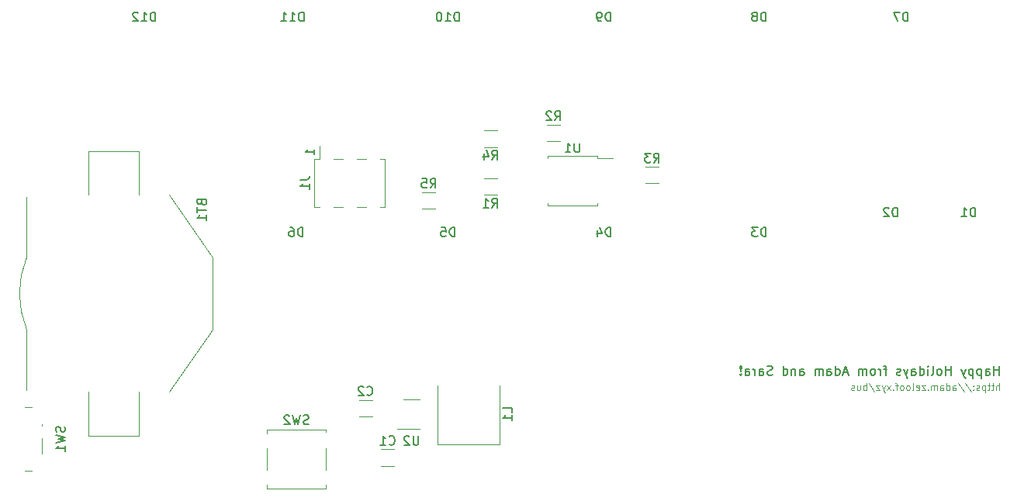
<source format=gbo>
G04 #@! TF.GenerationSoftware,KiCad,Pcbnew,(5.1.10)-1*
G04 #@! TF.CreationDate,2021-12-12T20:23:01-05:00*
G04 #@! TF.ProjectId,Bus Ornament,42757320-4f72-46e6-916d-656e742e6b69,rev?*
G04 #@! TF.SameCoordinates,Original*
G04 #@! TF.FileFunction,Legend,Bot*
G04 #@! TF.FilePolarity,Positive*
%FSLAX46Y46*%
G04 Gerber Fmt 4.6, Leading zero omitted, Abs format (unit mm)*
G04 Created by KiCad (PCBNEW (5.1.10)-1) date 2021-12-12 20:23:01*
%MOMM*%
%LPD*%
G01*
G04 APERTURE LIST*
%ADD10C,0.150000*%
%ADD11C,0.100000*%
%ADD12C,0.120000*%
G04 APERTURE END LIST*
D10*
X90901780Y-99269514D02*
X90901780Y-98698085D01*
X90901780Y-98983800D02*
X89901780Y-98983800D01*
X90044638Y-98888561D01*
X90139876Y-98793323D01*
X90187495Y-98698085D01*
D11*
X165635171Y-124977085D02*
X165635171Y-124227085D01*
X165313742Y-124977085D02*
X165313742Y-124584228D01*
X165349457Y-124512800D01*
X165420885Y-124477085D01*
X165528028Y-124477085D01*
X165599457Y-124512800D01*
X165635171Y-124548514D01*
X165063742Y-124477085D02*
X164778028Y-124477085D01*
X164956600Y-124227085D02*
X164956600Y-124869942D01*
X164920885Y-124941371D01*
X164849457Y-124977085D01*
X164778028Y-124977085D01*
X164635171Y-124477085D02*
X164349457Y-124477085D01*
X164528028Y-124227085D02*
X164528028Y-124869942D01*
X164492314Y-124941371D01*
X164420885Y-124977085D01*
X164349457Y-124977085D01*
X164099457Y-124477085D02*
X164099457Y-125227085D01*
X164099457Y-124512800D02*
X164028028Y-124477085D01*
X163885171Y-124477085D01*
X163813742Y-124512800D01*
X163778028Y-124548514D01*
X163742314Y-124619942D01*
X163742314Y-124834228D01*
X163778028Y-124905657D01*
X163813742Y-124941371D01*
X163885171Y-124977085D01*
X164028028Y-124977085D01*
X164099457Y-124941371D01*
X163456600Y-124941371D02*
X163385171Y-124977085D01*
X163242314Y-124977085D01*
X163170885Y-124941371D01*
X163135171Y-124869942D01*
X163135171Y-124834228D01*
X163170885Y-124762800D01*
X163242314Y-124727085D01*
X163349457Y-124727085D01*
X163420885Y-124691371D01*
X163456600Y-124619942D01*
X163456600Y-124584228D01*
X163420885Y-124512800D01*
X163349457Y-124477085D01*
X163242314Y-124477085D01*
X163170885Y-124512800D01*
X162813742Y-124905657D02*
X162778028Y-124941371D01*
X162813742Y-124977085D01*
X162849457Y-124941371D01*
X162813742Y-124905657D01*
X162813742Y-124977085D01*
X162813742Y-124512800D02*
X162778028Y-124548514D01*
X162813742Y-124584228D01*
X162849457Y-124548514D01*
X162813742Y-124512800D01*
X162813742Y-124584228D01*
X161920885Y-124191371D02*
X162563742Y-125155657D01*
X161135171Y-124191371D02*
X161778028Y-125155657D01*
X160563742Y-124977085D02*
X160563742Y-124584228D01*
X160599457Y-124512800D01*
X160670885Y-124477085D01*
X160813742Y-124477085D01*
X160885171Y-124512800D01*
X160563742Y-124941371D02*
X160635171Y-124977085D01*
X160813742Y-124977085D01*
X160885171Y-124941371D01*
X160920885Y-124869942D01*
X160920885Y-124798514D01*
X160885171Y-124727085D01*
X160813742Y-124691371D01*
X160635171Y-124691371D01*
X160563742Y-124655657D01*
X159885171Y-124977085D02*
X159885171Y-124227085D01*
X159885171Y-124941371D02*
X159956600Y-124977085D01*
X160099457Y-124977085D01*
X160170885Y-124941371D01*
X160206600Y-124905657D01*
X160242314Y-124834228D01*
X160242314Y-124619942D01*
X160206600Y-124548514D01*
X160170885Y-124512800D01*
X160099457Y-124477085D01*
X159956600Y-124477085D01*
X159885171Y-124512800D01*
X159206600Y-124977085D02*
X159206600Y-124584228D01*
X159242314Y-124512800D01*
X159313742Y-124477085D01*
X159456600Y-124477085D01*
X159528028Y-124512800D01*
X159206600Y-124941371D02*
X159278028Y-124977085D01*
X159456600Y-124977085D01*
X159528028Y-124941371D01*
X159563742Y-124869942D01*
X159563742Y-124798514D01*
X159528028Y-124727085D01*
X159456600Y-124691371D01*
X159278028Y-124691371D01*
X159206600Y-124655657D01*
X158849457Y-124977085D02*
X158849457Y-124477085D01*
X158849457Y-124548514D02*
X158813742Y-124512800D01*
X158742314Y-124477085D01*
X158635171Y-124477085D01*
X158563742Y-124512800D01*
X158528028Y-124584228D01*
X158528028Y-124977085D01*
X158528028Y-124584228D02*
X158492314Y-124512800D01*
X158420885Y-124477085D01*
X158313742Y-124477085D01*
X158242314Y-124512800D01*
X158206600Y-124584228D01*
X158206600Y-124977085D01*
X157849457Y-124905657D02*
X157813742Y-124941371D01*
X157849457Y-124977085D01*
X157885171Y-124941371D01*
X157849457Y-124905657D01*
X157849457Y-124977085D01*
X157563742Y-124477085D02*
X157170885Y-124477085D01*
X157563742Y-124977085D01*
X157170885Y-124977085D01*
X156599457Y-124941371D02*
X156670885Y-124977085D01*
X156813742Y-124977085D01*
X156885171Y-124941371D01*
X156920885Y-124869942D01*
X156920885Y-124584228D01*
X156885171Y-124512800D01*
X156813742Y-124477085D01*
X156670885Y-124477085D01*
X156599457Y-124512800D01*
X156563742Y-124584228D01*
X156563742Y-124655657D01*
X156920885Y-124727085D01*
X156135171Y-124977085D02*
X156206600Y-124941371D01*
X156242314Y-124869942D01*
X156242314Y-124227085D01*
X155742314Y-124977085D02*
X155813742Y-124941371D01*
X155849457Y-124905657D01*
X155885171Y-124834228D01*
X155885171Y-124619942D01*
X155849457Y-124548514D01*
X155813742Y-124512800D01*
X155742314Y-124477085D01*
X155635171Y-124477085D01*
X155563742Y-124512800D01*
X155528028Y-124548514D01*
X155492314Y-124619942D01*
X155492314Y-124834228D01*
X155528028Y-124905657D01*
X155563742Y-124941371D01*
X155635171Y-124977085D01*
X155742314Y-124977085D01*
X155063742Y-124977085D02*
X155135171Y-124941371D01*
X155170885Y-124905657D01*
X155206600Y-124834228D01*
X155206600Y-124619942D01*
X155170885Y-124548514D01*
X155135171Y-124512800D01*
X155063742Y-124477085D01*
X154956600Y-124477085D01*
X154885171Y-124512800D01*
X154849457Y-124548514D01*
X154813742Y-124619942D01*
X154813742Y-124834228D01*
X154849457Y-124905657D01*
X154885171Y-124941371D01*
X154956600Y-124977085D01*
X155063742Y-124977085D01*
X154599457Y-124477085D02*
X154313742Y-124477085D01*
X154492314Y-124977085D02*
X154492314Y-124334228D01*
X154456600Y-124262800D01*
X154385171Y-124227085D01*
X154313742Y-124227085D01*
X154063742Y-124905657D02*
X154028028Y-124941371D01*
X154063742Y-124977085D01*
X154099457Y-124941371D01*
X154063742Y-124905657D01*
X154063742Y-124977085D01*
X153778028Y-124977085D02*
X153385171Y-124477085D01*
X153778028Y-124477085D02*
X153385171Y-124977085D01*
X153170885Y-124477085D02*
X152992314Y-124977085D01*
X152813742Y-124477085D02*
X152992314Y-124977085D01*
X153063742Y-125155657D01*
X153099457Y-125191371D01*
X153170885Y-125227085D01*
X152599457Y-124477085D02*
X152206600Y-124477085D01*
X152599457Y-124977085D01*
X152206600Y-124977085D01*
X151385171Y-124191371D02*
X152028028Y-125155657D01*
X151135171Y-124977085D02*
X151135171Y-124227085D01*
X151135171Y-124512800D02*
X151063742Y-124477085D01*
X150920885Y-124477085D01*
X150849457Y-124512800D01*
X150813742Y-124548514D01*
X150778028Y-124619942D01*
X150778028Y-124834228D01*
X150813742Y-124905657D01*
X150849457Y-124941371D01*
X150920885Y-124977085D01*
X151063742Y-124977085D01*
X151135171Y-124941371D01*
X150135171Y-124477085D02*
X150135171Y-124977085D01*
X150456600Y-124477085D02*
X150456600Y-124869942D01*
X150420885Y-124941371D01*
X150349457Y-124977085D01*
X150242314Y-124977085D01*
X150170885Y-124941371D01*
X150135171Y-124905657D01*
X149813742Y-124941371D02*
X149742314Y-124977085D01*
X149599457Y-124977085D01*
X149528028Y-124941371D01*
X149492314Y-124869942D01*
X149492314Y-124834228D01*
X149528028Y-124762800D01*
X149599457Y-124727085D01*
X149706600Y-124727085D01*
X149778028Y-124691371D01*
X149813742Y-124619942D01*
X149813742Y-124584228D01*
X149778028Y-124512800D01*
X149706600Y-124477085D01*
X149599457Y-124477085D01*
X149528028Y-124512800D01*
D10*
X165628004Y-123337580D02*
X165628004Y-122337580D01*
X165628004Y-122813771D02*
X165056576Y-122813771D01*
X165056576Y-123337580D02*
X165056576Y-122337580D01*
X164151814Y-123337580D02*
X164151814Y-122813771D01*
X164199433Y-122718533D01*
X164294671Y-122670914D01*
X164485147Y-122670914D01*
X164580385Y-122718533D01*
X164151814Y-123289961D02*
X164247052Y-123337580D01*
X164485147Y-123337580D01*
X164580385Y-123289961D01*
X164628004Y-123194723D01*
X164628004Y-123099485D01*
X164580385Y-123004247D01*
X164485147Y-122956628D01*
X164247052Y-122956628D01*
X164151814Y-122909009D01*
X163675623Y-122670914D02*
X163675623Y-123670914D01*
X163675623Y-122718533D02*
X163580385Y-122670914D01*
X163389909Y-122670914D01*
X163294671Y-122718533D01*
X163247052Y-122766152D01*
X163199433Y-122861390D01*
X163199433Y-123147104D01*
X163247052Y-123242342D01*
X163294671Y-123289961D01*
X163389909Y-123337580D01*
X163580385Y-123337580D01*
X163675623Y-123289961D01*
X162770861Y-122670914D02*
X162770861Y-123670914D01*
X162770861Y-122718533D02*
X162675623Y-122670914D01*
X162485147Y-122670914D01*
X162389909Y-122718533D01*
X162342290Y-122766152D01*
X162294671Y-122861390D01*
X162294671Y-123147104D01*
X162342290Y-123242342D01*
X162389909Y-123289961D01*
X162485147Y-123337580D01*
X162675623Y-123337580D01*
X162770861Y-123289961D01*
X161961338Y-122670914D02*
X161723242Y-123337580D01*
X161485147Y-122670914D02*
X161723242Y-123337580D01*
X161818480Y-123575676D01*
X161866100Y-123623295D01*
X161961338Y-123670914D01*
X160342290Y-123337580D02*
X160342290Y-122337580D01*
X160342290Y-122813771D02*
X159770861Y-122813771D01*
X159770861Y-123337580D02*
X159770861Y-122337580D01*
X159151814Y-123337580D02*
X159247052Y-123289961D01*
X159294671Y-123242342D01*
X159342290Y-123147104D01*
X159342290Y-122861390D01*
X159294671Y-122766152D01*
X159247052Y-122718533D01*
X159151814Y-122670914D01*
X159008957Y-122670914D01*
X158913719Y-122718533D01*
X158866100Y-122766152D01*
X158818480Y-122861390D01*
X158818480Y-123147104D01*
X158866100Y-123242342D01*
X158913719Y-123289961D01*
X159008957Y-123337580D01*
X159151814Y-123337580D01*
X158247052Y-123337580D02*
X158342290Y-123289961D01*
X158389909Y-123194723D01*
X158389909Y-122337580D01*
X157866100Y-123337580D02*
X157866100Y-122670914D01*
X157866100Y-122337580D02*
X157913719Y-122385200D01*
X157866100Y-122432819D01*
X157818480Y-122385200D01*
X157866100Y-122337580D01*
X157866100Y-122432819D01*
X156961338Y-123337580D02*
X156961338Y-122337580D01*
X156961338Y-123289961D02*
X157056576Y-123337580D01*
X157247052Y-123337580D01*
X157342290Y-123289961D01*
X157389909Y-123242342D01*
X157437528Y-123147104D01*
X157437528Y-122861390D01*
X157389909Y-122766152D01*
X157342290Y-122718533D01*
X157247052Y-122670914D01*
X157056576Y-122670914D01*
X156961338Y-122718533D01*
X156056576Y-123337580D02*
X156056576Y-122813771D01*
X156104195Y-122718533D01*
X156199433Y-122670914D01*
X156389909Y-122670914D01*
X156485147Y-122718533D01*
X156056576Y-123289961D02*
X156151814Y-123337580D01*
X156389909Y-123337580D01*
X156485147Y-123289961D01*
X156532766Y-123194723D01*
X156532766Y-123099485D01*
X156485147Y-123004247D01*
X156389909Y-122956628D01*
X156151814Y-122956628D01*
X156056576Y-122909009D01*
X155675623Y-122670914D02*
X155437528Y-123337580D01*
X155199433Y-122670914D02*
X155437528Y-123337580D01*
X155532766Y-123575676D01*
X155580385Y-123623295D01*
X155675623Y-123670914D01*
X154866100Y-123289961D02*
X154770861Y-123337580D01*
X154580385Y-123337580D01*
X154485147Y-123289961D01*
X154437528Y-123194723D01*
X154437528Y-123147104D01*
X154485147Y-123051866D01*
X154580385Y-123004247D01*
X154723242Y-123004247D01*
X154818480Y-122956628D01*
X154866100Y-122861390D01*
X154866100Y-122813771D01*
X154818480Y-122718533D01*
X154723242Y-122670914D01*
X154580385Y-122670914D01*
X154485147Y-122718533D01*
X153389909Y-122670914D02*
X153008957Y-122670914D01*
X153247052Y-123337580D02*
X153247052Y-122480438D01*
X153199433Y-122385200D01*
X153104195Y-122337580D01*
X153008957Y-122337580D01*
X152675623Y-123337580D02*
X152675623Y-122670914D01*
X152675623Y-122861390D02*
X152628004Y-122766152D01*
X152580385Y-122718533D01*
X152485147Y-122670914D01*
X152389909Y-122670914D01*
X151913719Y-123337580D02*
X152008957Y-123289961D01*
X152056576Y-123242342D01*
X152104195Y-123147104D01*
X152104195Y-122861390D01*
X152056576Y-122766152D01*
X152008957Y-122718533D01*
X151913719Y-122670914D01*
X151770861Y-122670914D01*
X151675623Y-122718533D01*
X151628004Y-122766152D01*
X151580385Y-122861390D01*
X151580385Y-123147104D01*
X151628004Y-123242342D01*
X151675623Y-123289961D01*
X151770861Y-123337580D01*
X151913719Y-123337580D01*
X151151814Y-123337580D02*
X151151814Y-122670914D01*
X151151814Y-122766152D02*
X151104195Y-122718533D01*
X151008957Y-122670914D01*
X150866100Y-122670914D01*
X150770861Y-122718533D01*
X150723242Y-122813771D01*
X150723242Y-123337580D01*
X150723242Y-122813771D02*
X150675623Y-122718533D01*
X150580385Y-122670914D01*
X150437528Y-122670914D01*
X150342290Y-122718533D01*
X150294671Y-122813771D01*
X150294671Y-123337580D01*
X149104195Y-123051866D02*
X148628004Y-123051866D01*
X149199433Y-123337580D02*
X148866100Y-122337580D01*
X148532766Y-123337580D01*
X147770861Y-123337580D02*
X147770861Y-122337580D01*
X147770861Y-123289961D02*
X147866100Y-123337580D01*
X148056576Y-123337580D01*
X148151814Y-123289961D01*
X148199433Y-123242342D01*
X148247052Y-123147104D01*
X148247052Y-122861390D01*
X148199433Y-122766152D01*
X148151814Y-122718533D01*
X148056576Y-122670914D01*
X147866100Y-122670914D01*
X147770861Y-122718533D01*
X146866100Y-123337580D02*
X146866100Y-122813771D01*
X146913719Y-122718533D01*
X147008957Y-122670914D01*
X147199433Y-122670914D01*
X147294671Y-122718533D01*
X146866100Y-123289961D02*
X146961338Y-123337580D01*
X147199433Y-123337580D01*
X147294671Y-123289961D01*
X147342290Y-123194723D01*
X147342290Y-123099485D01*
X147294671Y-123004247D01*
X147199433Y-122956628D01*
X146961338Y-122956628D01*
X146866100Y-122909009D01*
X146389909Y-123337580D02*
X146389909Y-122670914D01*
X146389909Y-122766152D02*
X146342290Y-122718533D01*
X146247052Y-122670914D01*
X146104195Y-122670914D01*
X146008957Y-122718533D01*
X145961338Y-122813771D01*
X145961338Y-123337580D01*
X145961338Y-122813771D02*
X145913719Y-122718533D01*
X145818480Y-122670914D01*
X145675623Y-122670914D01*
X145580385Y-122718533D01*
X145532766Y-122813771D01*
X145532766Y-123337580D01*
X143866100Y-123337580D02*
X143866100Y-122813771D01*
X143913719Y-122718533D01*
X144008957Y-122670914D01*
X144199433Y-122670914D01*
X144294671Y-122718533D01*
X143866100Y-123289961D02*
X143961338Y-123337580D01*
X144199433Y-123337580D01*
X144294671Y-123289961D01*
X144342290Y-123194723D01*
X144342290Y-123099485D01*
X144294671Y-123004247D01*
X144199433Y-122956628D01*
X143961338Y-122956628D01*
X143866100Y-122909009D01*
X143389909Y-122670914D02*
X143389909Y-123337580D01*
X143389909Y-122766152D02*
X143342290Y-122718533D01*
X143247052Y-122670914D01*
X143104195Y-122670914D01*
X143008957Y-122718533D01*
X142961338Y-122813771D01*
X142961338Y-123337580D01*
X142056576Y-123337580D02*
X142056576Y-122337580D01*
X142056576Y-123289961D02*
X142151814Y-123337580D01*
X142342290Y-123337580D01*
X142437528Y-123289961D01*
X142485147Y-123242342D01*
X142532766Y-123147104D01*
X142532766Y-122861390D01*
X142485147Y-122766152D01*
X142437528Y-122718533D01*
X142342290Y-122670914D01*
X142151814Y-122670914D01*
X142056576Y-122718533D01*
X140866100Y-123289961D02*
X140723242Y-123337580D01*
X140485147Y-123337580D01*
X140389909Y-123289961D01*
X140342290Y-123242342D01*
X140294671Y-123147104D01*
X140294671Y-123051866D01*
X140342290Y-122956628D01*
X140389909Y-122909009D01*
X140485147Y-122861390D01*
X140675623Y-122813771D01*
X140770861Y-122766152D01*
X140818480Y-122718533D01*
X140866100Y-122623295D01*
X140866100Y-122528057D01*
X140818480Y-122432819D01*
X140770861Y-122385200D01*
X140675623Y-122337580D01*
X140437528Y-122337580D01*
X140294671Y-122385200D01*
X139437528Y-123337580D02*
X139437528Y-122813771D01*
X139485147Y-122718533D01*
X139580385Y-122670914D01*
X139770861Y-122670914D01*
X139866100Y-122718533D01*
X139437528Y-123289961D02*
X139532766Y-123337580D01*
X139770861Y-123337580D01*
X139866100Y-123289961D01*
X139913719Y-123194723D01*
X139913719Y-123099485D01*
X139866100Y-123004247D01*
X139770861Y-122956628D01*
X139532766Y-122956628D01*
X139437528Y-122909009D01*
X138961338Y-123337580D02*
X138961338Y-122670914D01*
X138961338Y-122861390D02*
X138913719Y-122766152D01*
X138866100Y-122718533D01*
X138770861Y-122670914D01*
X138675623Y-122670914D01*
X137913719Y-123337580D02*
X137913719Y-122813771D01*
X137961338Y-122718533D01*
X138056576Y-122670914D01*
X138247052Y-122670914D01*
X138342290Y-122718533D01*
X137913719Y-123289961D02*
X138008957Y-123337580D01*
X138247052Y-123337580D01*
X138342290Y-123289961D01*
X138389909Y-123194723D01*
X138389909Y-123099485D01*
X138342290Y-123004247D01*
X138247052Y-122956628D01*
X138008957Y-122956628D01*
X137913719Y-122909009D01*
X137437528Y-123242342D02*
X137389909Y-123289961D01*
X137437528Y-123337580D01*
X137485147Y-123289961D01*
X137437528Y-123242342D01*
X137437528Y-123337580D01*
X137437528Y-122956628D02*
X137485147Y-122385200D01*
X137437528Y-122337580D01*
X137389909Y-122385200D01*
X137437528Y-122956628D01*
X137437528Y-122337580D01*
D12*
X75011000Y-103627000D02*
X79811000Y-110477000D01*
X79811000Y-110477000D02*
X79811000Y-118377000D01*
X79811000Y-118377000D02*
X75011000Y-125177000D01*
X59461000Y-103877000D02*
X59461000Y-110577000D01*
X59461000Y-124977000D02*
X59461000Y-118277000D01*
X66211000Y-103677000D02*
X66211000Y-98877000D01*
X66211000Y-98877000D02*
X71711000Y-98877000D01*
X71711000Y-98877000D02*
X71711000Y-103677000D01*
X71711000Y-125177000D02*
X71711000Y-129977000D01*
X71711000Y-129977000D02*
X66211000Y-129977000D01*
X66211000Y-129977000D02*
X66211000Y-125177000D01*
X59459536Y-110580615D02*
G75*
G03*
X59461000Y-118277000I9501464J-3846385D01*
G01*
X61140200Y-128902000D02*
X61140200Y-128702000D01*
X61140200Y-131902000D02*
X61140200Y-130202000D01*
X60090200Y-133752000D02*
X59300200Y-133752000D01*
X59300200Y-126852000D02*
X60090200Y-126852000D01*
X85715400Y-133711800D02*
X85715400Y-131311800D01*
X85715400Y-135721800D02*
X85715400Y-135311800D01*
X92135400Y-135721800D02*
X85715400Y-135721800D01*
X92135400Y-135311800D02*
X92135400Y-135721800D01*
X92135400Y-131311800D02*
X92135400Y-133711800D01*
X92135400Y-129301800D02*
X92135400Y-129581800D01*
X85715400Y-129301800D02*
X92135400Y-129301800D01*
X85715400Y-129711800D02*
X85715400Y-129301800D01*
X104306000Y-130899600D02*
X104306000Y-124429600D01*
X111086000Y-130899600D02*
X111086000Y-124429600D01*
X111086000Y-130899600D02*
X104306000Y-130899600D01*
X102373000Y-129245000D02*
X99923000Y-129245000D01*
X100573000Y-126025000D02*
X102373000Y-126025000D01*
X97180452Y-127859200D02*
X95757948Y-127859200D01*
X97180452Y-126039200D02*
X95757948Y-126039200D01*
X99591652Y-133269400D02*
X98169148Y-133269400D01*
X99591652Y-131449400D02*
X98169148Y-131449400D01*
X104105064Y-105177000D02*
X102650936Y-105177000D01*
X104105064Y-103357000D02*
X102650936Y-103357000D01*
X95502000Y-104962000D02*
X96522000Y-104962000D01*
X95502000Y-99762000D02*
X96522000Y-99762000D01*
X92962000Y-104962000D02*
X93982000Y-104962000D01*
X92962000Y-99762000D02*
X93982000Y-99762000D01*
X98042000Y-104962000D02*
X98612000Y-104962000D01*
X98042000Y-99762000D02*
X98612000Y-99762000D01*
X90872000Y-104962000D02*
X91442000Y-104962000D01*
X90872000Y-99762000D02*
X91442000Y-99762000D01*
X91442000Y-98322000D02*
X91442000Y-99762000D01*
X98612000Y-99762000D02*
X98612000Y-104962000D01*
X90872000Y-99762000D02*
X90872000Y-104962000D01*
X109381936Y-96626000D02*
X110836064Y-96626000D01*
X109381936Y-98446000D02*
X110836064Y-98446000D01*
X128489064Y-102408400D02*
X127034936Y-102408400D01*
X128489064Y-100588400D02*
X127034936Y-100588400D01*
X117694064Y-97811000D02*
X116239936Y-97811000D01*
X117694064Y-95991000D02*
X116239936Y-95991000D01*
X109381936Y-101858400D02*
X110836064Y-101858400D01*
X109381936Y-103678400D02*
X110836064Y-103678400D01*
X121800200Y-99668400D02*
X123475200Y-99668400D01*
X121800200Y-99408400D02*
X121800200Y-99668400D01*
X119075200Y-99408400D02*
X121800200Y-99408400D01*
X116350200Y-99408400D02*
X116350200Y-99668400D01*
X119075200Y-99408400D02*
X116350200Y-99408400D01*
X121800200Y-104858400D02*
X121800200Y-104598400D01*
X119075200Y-104858400D02*
X121800200Y-104858400D01*
X116350200Y-104858400D02*
X116350200Y-104598400D01*
X119075200Y-104858400D02*
X116350200Y-104858400D01*
D10*
X78589571Y-104491285D02*
X78637190Y-104634142D01*
X78684809Y-104681761D01*
X78780047Y-104729380D01*
X78922904Y-104729380D01*
X79018142Y-104681761D01*
X79065761Y-104634142D01*
X79113380Y-104538904D01*
X79113380Y-104157952D01*
X78113380Y-104157952D01*
X78113380Y-104491285D01*
X78161000Y-104586523D01*
X78208619Y-104634142D01*
X78303857Y-104681761D01*
X78399095Y-104681761D01*
X78494333Y-104634142D01*
X78541952Y-104586523D01*
X78589571Y-104491285D01*
X78589571Y-104157952D01*
X78113380Y-105015095D02*
X78113380Y-105586523D01*
X79113380Y-105300809D02*
X78113380Y-105300809D01*
X79113380Y-106443666D02*
X79113380Y-105872238D01*
X79113380Y-106157952D02*
X78113380Y-106157952D01*
X78256238Y-106062714D01*
X78351476Y-105967476D01*
X78399095Y-105872238D01*
X63624961Y-128968666D02*
X63672580Y-129111523D01*
X63672580Y-129349619D01*
X63624961Y-129444857D01*
X63577342Y-129492476D01*
X63482104Y-129540095D01*
X63386866Y-129540095D01*
X63291628Y-129492476D01*
X63244009Y-129444857D01*
X63196390Y-129349619D01*
X63148771Y-129159142D01*
X63101152Y-129063904D01*
X63053533Y-129016285D01*
X62958295Y-128968666D01*
X62863057Y-128968666D01*
X62767819Y-129016285D01*
X62720200Y-129063904D01*
X62672580Y-129159142D01*
X62672580Y-129397238D01*
X62720200Y-129540095D01*
X62672580Y-129873428D02*
X63672580Y-130111523D01*
X62958295Y-130302000D01*
X63672580Y-130492476D01*
X62672580Y-130730571D01*
X63672580Y-131635333D02*
X63672580Y-131063904D01*
X63672580Y-131349619D02*
X62672580Y-131349619D01*
X62815438Y-131254380D01*
X62910676Y-131159142D01*
X62958295Y-131063904D01*
X90258733Y-128676561D02*
X90115876Y-128724180D01*
X89877780Y-128724180D01*
X89782542Y-128676561D01*
X89734923Y-128628942D01*
X89687304Y-128533704D01*
X89687304Y-128438466D01*
X89734923Y-128343228D01*
X89782542Y-128295609D01*
X89877780Y-128247990D01*
X90068257Y-128200371D01*
X90163495Y-128152752D01*
X90211114Y-128105133D01*
X90258733Y-128009895D01*
X90258733Y-127914657D01*
X90211114Y-127819419D01*
X90163495Y-127771800D01*
X90068257Y-127724180D01*
X89830161Y-127724180D01*
X89687304Y-127771800D01*
X89353971Y-127724180D02*
X89115876Y-128724180D01*
X88925400Y-128009895D01*
X88734923Y-128724180D01*
X88496828Y-127724180D01*
X88163495Y-127819419D02*
X88115876Y-127771800D01*
X88020638Y-127724180D01*
X87782542Y-127724180D01*
X87687304Y-127771800D01*
X87639685Y-127819419D01*
X87592066Y-127914657D01*
X87592066Y-128009895D01*
X87639685Y-128152752D01*
X88211114Y-128724180D01*
X87592066Y-128724180D01*
X89733285Y-84712380D02*
X89733285Y-83712380D01*
X89495190Y-83712380D01*
X89352333Y-83760000D01*
X89257095Y-83855238D01*
X89209476Y-83950476D01*
X89161857Y-84140952D01*
X89161857Y-84283809D01*
X89209476Y-84474285D01*
X89257095Y-84569523D01*
X89352333Y-84664761D01*
X89495190Y-84712380D01*
X89733285Y-84712380D01*
X88209476Y-84712380D02*
X88780904Y-84712380D01*
X88495190Y-84712380D02*
X88495190Y-83712380D01*
X88590428Y-83855238D01*
X88685666Y-83950476D01*
X88780904Y-83998095D01*
X87257095Y-84712380D02*
X87828523Y-84712380D01*
X87542809Y-84712380D02*
X87542809Y-83712380D01*
X87638047Y-83855238D01*
X87733285Y-83950476D01*
X87828523Y-83998095D01*
X112448380Y-127442933D02*
X112448380Y-126966742D01*
X111448380Y-126966742D01*
X112448380Y-128300076D02*
X112448380Y-127728647D01*
X112448380Y-128014361D02*
X111448380Y-128014361D01*
X111591238Y-127919123D01*
X111686476Y-127823885D01*
X111734095Y-127728647D01*
X102234904Y-129987380D02*
X102234904Y-130796904D01*
X102187285Y-130892142D01*
X102139666Y-130939761D01*
X102044428Y-130987380D01*
X101853952Y-130987380D01*
X101758714Y-130939761D01*
X101711095Y-130892142D01*
X101663476Y-130796904D01*
X101663476Y-129987380D01*
X101234904Y-130082619D02*
X101187285Y-130035000D01*
X101092047Y-129987380D01*
X100853952Y-129987380D01*
X100758714Y-130035000D01*
X100711095Y-130082619D01*
X100663476Y-130177857D01*
X100663476Y-130273095D01*
X100711095Y-130415952D01*
X101282523Y-130987380D01*
X100663476Y-130987380D01*
X96635866Y-125456342D02*
X96683485Y-125503961D01*
X96826342Y-125551580D01*
X96921580Y-125551580D01*
X97064438Y-125503961D01*
X97159676Y-125408723D01*
X97207295Y-125313485D01*
X97254914Y-125123009D01*
X97254914Y-124980152D01*
X97207295Y-124789676D01*
X97159676Y-124694438D01*
X97064438Y-124599200D01*
X96921580Y-124551580D01*
X96826342Y-124551580D01*
X96683485Y-124599200D01*
X96635866Y-124646819D01*
X96254914Y-124646819D02*
X96207295Y-124599200D01*
X96112057Y-124551580D01*
X95873961Y-124551580D01*
X95778723Y-124599200D01*
X95731104Y-124646819D01*
X95683485Y-124742057D01*
X95683485Y-124837295D01*
X95731104Y-124980152D01*
X96302533Y-125551580D01*
X95683485Y-125551580D01*
X99047066Y-130866542D02*
X99094685Y-130914161D01*
X99237542Y-130961780D01*
X99332780Y-130961780D01*
X99475638Y-130914161D01*
X99570876Y-130818923D01*
X99618495Y-130723685D01*
X99666114Y-130533209D01*
X99666114Y-130390352D01*
X99618495Y-130199876D01*
X99570876Y-130104638D01*
X99475638Y-130009400D01*
X99332780Y-129961780D01*
X99237542Y-129961780D01*
X99094685Y-130009400D01*
X99047066Y-130057019D01*
X98094685Y-130961780D02*
X98666114Y-130961780D01*
X98380400Y-130961780D02*
X98380400Y-129961780D01*
X98475638Y-130104638D01*
X98570876Y-130199876D01*
X98666114Y-130247495D01*
X73540785Y-84712380D02*
X73540785Y-83712380D01*
X73302690Y-83712380D01*
X73159833Y-83760000D01*
X73064595Y-83855238D01*
X73016976Y-83950476D01*
X72969357Y-84140952D01*
X72969357Y-84283809D01*
X73016976Y-84474285D01*
X73064595Y-84569523D01*
X73159833Y-84664761D01*
X73302690Y-84712380D01*
X73540785Y-84712380D01*
X72016976Y-84712380D02*
X72588404Y-84712380D01*
X72302690Y-84712380D02*
X72302690Y-83712380D01*
X72397928Y-83855238D01*
X72493166Y-83950476D01*
X72588404Y-83998095D01*
X71636023Y-83807619D02*
X71588404Y-83760000D01*
X71493166Y-83712380D01*
X71255071Y-83712380D01*
X71159833Y-83760000D01*
X71112214Y-83807619D01*
X71064595Y-83902857D01*
X71064595Y-83998095D01*
X71112214Y-84140952D01*
X71683642Y-84712380D01*
X71064595Y-84712380D01*
X106687785Y-84712380D02*
X106687785Y-83712380D01*
X106449690Y-83712380D01*
X106306833Y-83760000D01*
X106211595Y-83855238D01*
X106163976Y-83950476D01*
X106116357Y-84140952D01*
X106116357Y-84283809D01*
X106163976Y-84474285D01*
X106211595Y-84569523D01*
X106306833Y-84664761D01*
X106449690Y-84712380D01*
X106687785Y-84712380D01*
X105163976Y-84712380D02*
X105735404Y-84712380D01*
X105449690Y-84712380D02*
X105449690Y-83712380D01*
X105544928Y-83855238D01*
X105640166Y-83950476D01*
X105735404Y-83998095D01*
X104544928Y-83712380D02*
X104449690Y-83712380D01*
X104354452Y-83760000D01*
X104306833Y-83807619D01*
X104259214Y-83902857D01*
X104211595Y-84093333D01*
X104211595Y-84331428D01*
X104259214Y-84521904D01*
X104306833Y-84617142D01*
X104354452Y-84664761D01*
X104449690Y-84712380D01*
X104544928Y-84712380D01*
X104640166Y-84664761D01*
X104687785Y-84617142D01*
X104735404Y-84521904D01*
X104783023Y-84331428D01*
X104783023Y-84093333D01*
X104735404Y-83902857D01*
X104687785Y-83807619D01*
X104640166Y-83760000D01*
X104544928Y-83712380D01*
X123229595Y-84712380D02*
X123229595Y-83712380D01*
X122991500Y-83712380D01*
X122848642Y-83760000D01*
X122753404Y-83855238D01*
X122705785Y-83950476D01*
X122658166Y-84140952D01*
X122658166Y-84283809D01*
X122705785Y-84474285D01*
X122753404Y-84569523D01*
X122848642Y-84664761D01*
X122991500Y-84712380D01*
X123229595Y-84712380D01*
X122181976Y-84712380D02*
X121991500Y-84712380D01*
X121896261Y-84664761D01*
X121848642Y-84617142D01*
X121753404Y-84474285D01*
X121705785Y-84283809D01*
X121705785Y-83902857D01*
X121753404Y-83807619D01*
X121801023Y-83760000D01*
X121896261Y-83712380D01*
X122086738Y-83712380D01*
X122181976Y-83760000D01*
X122229595Y-83807619D01*
X122277214Y-83902857D01*
X122277214Y-84140952D01*
X122229595Y-84236190D01*
X122181976Y-84283809D01*
X122086738Y-84331428D01*
X121896261Y-84331428D01*
X121801023Y-84283809D01*
X121753404Y-84236190D01*
X121705785Y-84140952D01*
X140184095Y-84712380D02*
X140184095Y-83712380D01*
X139946000Y-83712380D01*
X139803142Y-83760000D01*
X139707904Y-83855238D01*
X139660285Y-83950476D01*
X139612666Y-84140952D01*
X139612666Y-84283809D01*
X139660285Y-84474285D01*
X139707904Y-84569523D01*
X139803142Y-84664761D01*
X139946000Y-84712380D01*
X140184095Y-84712380D01*
X139041238Y-84140952D02*
X139136476Y-84093333D01*
X139184095Y-84045714D01*
X139231714Y-83950476D01*
X139231714Y-83902857D01*
X139184095Y-83807619D01*
X139136476Y-83760000D01*
X139041238Y-83712380D01*
X138850761Y-83712380D01*
X138755523Y-83760000D01*
X138707904Y-83807619D01*
X138660285Y-83902857D01*
X138660285Y-83950476D01*
X138707904Y-84045714D01*
X138755523Y-84093333D01*
X138850761Y-84140952D01*
X139041238Y-84140952D01*
X139136476Y-84188571D01*
X139184095Y-84236190D01*
X139231714Y-84331428D01*
X139231714Y-84521904D01*
X139184095Y-84617142D01*
X139136476Y-84664761D01*
X139041238Y-84712380D01*
X138850761Y-84712380D01*
X138755523Y-84664761D01*
X138707904Y-84617142D01*
X138660285Y-84521904D01*
X138660285Y-84331428D01*
X138707904Y-84236190D01*
X138755523Y-84188571D01*
X138850761Y-84140952D01*
X155678095Y-84712380D02*
X155678095Y-83712380D01*
X155440000Y-83712380D01*
X155297142Y-83760000D01*
X155201904Y-83855238D01*
X155154285Y-83950476D01*
X155106666Y-84140952D01*
X155106666Y-84283809D01*
X155154285Y-84474285D01*
X155201904Y-84569523D01*
X155297142Y-84664761D01*
X155440000Y-84712380D01*
X155678095Y-84712380D01*
X154773333Y-83712380D02*
X154106666Y-83712380D01*
X154535238Y-84712380D01*
X89638095Y-108207380D02*
X89638095Y-107207380D01*
X89400000Y-107207380D01*
X89257142Y-107255000D01*
X89161904Y-107350238D01*
X89114285Y-107445476D01*
X89066666Y-107635952D01*
X89066666Y-107778809D01*
X89114285Y-107969285D01*
X89161904Y-108064523D01*
X89257142Y-108159761D01*
X89400000Y-108207380D01*
X89638095Y-108207380D01*
X88209523Y-107207380D02*
X88400000Y-107207380D01*
X88495238Y-107255000D01*
X88542857Y-107302619D01*
X88638095Y-107445476D01*
X88685714Y-107635952D01*
X88685714Y-108016904D01*
X88638095Y-108112142D01*
X88590476Y-108159761D01*
X88495238Y-108207380D01*
X88304761Y-108207380D01*
X88209523Y-108159761D01*
X88161904Y-108112142D01*
X88114285Y-108016904D01*
X88114285Y-107778809D01*
X88161904Y-107683571D01*
X88209523Y-107635952D01*
X88304761Y-107588333D01*
X88495238Y-107588333D01*
X88590476Y-107635952D01*
X88638095Y-107683571D01*
X88685714Y-107778809D01*
X106211595Y-108207380D02*
X106211595Y-107207380D01*
X105973500Y-107207380D01*
X105830642Y-107255000D01*
X105735404Y-107350238D01*
X105687785Y-107445476D01*
X105640166Y-107635952D01*
X105640166Y-107778809D01*
X105687785Y-107969285D01*
X105735404Y-108064523D01*
X105830642Y-108159761D01*
X105973500Y-108207380D01*
X106211595Y-108207380D01*
X104735404Y-107207380D02*
X105211595Y-107207380D01*
X105259214Y-107683571D01*
X105211595Y-107635952D01*
X105116357Y-107588333D01*
X104878261Y-107588333D01*
X104783023Y-107635952D01*
X104735404Y-107683571D01*
X104687785Y-107778809D01*
X104687785Y-108016904D01*
X104735404Y-108112142D01*
X104783023Y-108159761D01*
X104878261Y-108207380D01*
X105116357Y-108207380D01*
X105211595Y-108159761D01*
X105259214Y-108112142D01*
X123229595Y-108207380D02*
X123229595Y-107207380D01*
X122991500Y-107207380D01*
X122848642Y-107255000D01*
X122753404Y-107350238D01*
X122705785Y-107445476D01*
X122658166Y-107635952D01*
X122658166Y-107778809D01*
X122705785Y-107969285D01*
X122753404Y-108064523D01*
X122848642Y-108159761D01*
X122991500Y-108207380D01*
X123229595Y-108207380D01*
X121801023Y-107540714D02*
X121801023Y-108207380D01*
X122039119Y-107159761D02*
X122277214Y-107874047D01*
X121658166Y-107874047D01*
X140184095Y-108207380D02*
X140184095Y-107207380D01*
X139946000Y-107207380D01*
X139803142Y-107255000D01*
X139707904Y-107350238D01*
X139660285Y-107445476D01*
X139612666Y-107635952D01*
X139612666Y-107778809D01*
X139660285Y-107969285D01*
X139707904Y-108064523D01*
X139803142Y-108159761D01*
X139946000Y-108207380D01*
X140184095Y-108207380D01*
X139279333Y-107207380D02*
X138660285Y-107207380D01*
X138993619Y-107588333D01*
X138850761Y-107588333D01*
X138755523Y-107635952D01*
X138707904Y-107683571D01*
X138660285Y-107778809D01*
X138660285Y-108016904D01*
X138707904Y-108112142D01*
X138755523Y-108159761D01*
X138850761Y-108207380D01*
X139136476Y-108207380D01*
X139231714Y-108159761D01*
X139279333Y-108112142D01*
X154535095Y-106048380D02*
X154535095Y-105048380D01*
X154297000Y-105048380D01*
X154154142Y-105096000D01*
X154058904Y-105191238D01*
X154011285Y-105286476D01*
X153963666Y-105476952D01*
X153963666Y-105619809D01*
X154011285Y-105810285D01*
X154058904Y-105905523D01*
X154154142Y-106000761D01*
X154297000Y-106048380D01*
X154535095Y-106048380D01*
X153582714Y-105143619D02*
X153535095Y-105096000D01*
X153439857Y-105048380D01*
X153201761Y-105048380D01*
X153106523Y-105096000D01*
X153058904Y-105143619D01*
X153011285Y-105238857D01*
X153011285Y-105334095D01*
X153058904Y-105476952D01*
X153630333Y-106048380D01*
X153011285Y-106048380D01*
X163044095Y-106048380D02*
X163044095Y-105048380D01*
X162806000Y-105048380D01*
X162663142Y-105096000D01*
X162567904Y-105191238D01*
X162520285Y-105286476D01*
X162472666Y-105476952D01*
X162472666Y-105619809D01*
X162520285Y-105810285D01*
X162567904Y-105905523D01*
X162663142Y-106000761D01*
X162806000Y-106048380D01*
X163044095Y-106048380D01*
X161520285Y-106048380D02*
X162091714Y-106048380D01*
X161806000Y-106048380D02*
X161806000Y-105048380D01*
X161901238Y-105191238D01*
X161996476Y-105286476D01*
X162091714Y-105334095D01*
X103544666Y-102899380D02*
X103878000Y-102423190D01*
X104116095Y-102899380D02*
X104116095Y-101899380D01*
X103735142Y-101899380D01*
X103639904Y-101947000D01*
X103592285Y-101994619D01*
X103544666Y-102089857D01*
X103544666Y-102232714D01*
X103592285Y-102327952D01*
X103639904Y-102375571D01*
X103735142Y-102423190D01*
X104116095Y-102423190D01*
X102639904Y-101899380D02*
X103116095Y-101899380D01*
X103163714Y-102375571D01*
X103116095Y-102327952D01*
X103020857Y-102280333D01*
X102782761Y-102280333D01*
X102687523Y-102327952D01*
X102639904Y-102375571D01*
X102592285Y-102470809D01*
X102592285Y-102708904D01*
X102639904Y-102804142D01*
X102687523Y-102851761D01*
X102782761Y-102899380D01*
X103020857Y-102899380D01*
X103116095Y-102851761D01*
X103163714Y-102804142D01*
X89324380Y-102028666D02*
X90038666Y-102028666D01*
X90181523Y-101981047D01*
X90276761Y-101885809D01*
X90324380Y-101742952D01*
X90324380Y-101647714D01*
X90324380Y-103028666D02*
X90324380Y-102457238D01*
X90324380Y-102742952D02*
X89324380Y-102742952D01*
X89467238Y-102647714D01*
X89562476Y-102552476D01*
X89610095Y-102457238D01*
X110275666Y-99808380D02*
X110609000Y-99332190D01*
X110847095Y-99808380D02*
X110847095Y-98808380D01*
X110466142Y-98808380D01*
X110370904Y-98856000D01*
X110323285Y-98903619D01*
X110275666Y-98998857D01*
X110275666Y-99141714D01*
X110323285Y-99236952D01*
X110370904Y-99284571D01*
X110466142Y-99332190D01*
X110847095Y-99332190D01*
X109418523Y-99141714D02*
X109418523Y-99808380D01*
X109656619Y-98760761D02*
X109894714Y-99475047D01*
X109275666Y-99475047D01*
X127928666Y-100130780D02*
X128262000Y-99654590D01*
X128500095Y-100130780D02*
X128500095Y-99130780D01*
X128119142Y-99130780D01*
X128023904Y-99178400D01*
X127976285Y-99226019D01*
X127928666Y-99321257D01*
X127928666Y-99464114D01*
X127976285Y-99559352D01*
X128023904Y-99606971D01*
X128119142Y-99654590D01*
X128500095Y-99654590D01*
X127595333Y-99130780D02*
X126976285Y-99130780D01*
X127309619Y-99511733D01*
X127166761Y-99511733D01*
X127071523Y-99559352D01*
X127023904Y-99606971D01*
X126976285Y-99702209D01*
X126976285Y-99940304D01*
X127023904Y-100035542D01*
X127071523Y-100083161D01*
X127166761Y-100130780D01*
X127452476Y-100130780D01*
X127547714Y-100083161D01*
X127595333Y-100035542D01*
X117133666Y-95533380D02*
X117467000Y-95057190D01*
X117705095Y-95533380D02*
X117705095Y-94533380D01*
X117324142Y-94533380D01*
X117228904Y-94581000D01*
X117181285Y-94628619D01*
X117133666Y-94723857D01*
X117133666Y-94866714D01*
X117181285Y-94961952D01*
X117228904Y-95009571D01*
X117324142Y-95057190D01*
X117705095Y-95057190D01*
X116752714Y-94628619D02*
X116705095Y-94581000D01*
X116609857Y-94533380D01*
X116371761Y-94533380D01*
X116276523Y-94581000D01*
X116228904Y-94628619D01*
X116181285Y-94723857D01*
X116181285Y-94819095D01*
X116228904Y-94961952D01*
X116800333Y-95533380D01*
X116181285Y-95533380D01*
X110275666Y-105040780D02*
X110609000Y-104564590D01*
X110847095Y-105040780D02*
X110847095Y-104040780D01*
X110466142Y-104040780D01*
X110370904Y-104088400D01*
X110323285Y-104136019D01*
X110275666Y-104231257D01*
X110275666Y-104374114D01*
X110323285Y-104469352D01*
X110370904Y-104516971D01*
X110466142Y-104564590D01*
X110847095Y-104564590D01*
X109323285Y-105040780D02*
X109894714Y-105040780D01*
X109609000Y-105040780D02*
X109609000Y-104040780D01*
X109704238Y-104183638D01*
X109799476Y-104278876D01*
X109894714Y-104326495D01*
X119837104Y-98025780D02*
X119837104Y-98835304D01*
X119789485Y-98930542D01*
X119741866Y-98978161D01*
X119646628Y-99025780D01*
X119456152Y-99025780D01*
X119360914Y-98978161D01*
X119313295Y-98930542D01*
X119265676Y-98835304D01*
X119265676Y-98025780D01*
X118265676Y-99025780D02*
X118837104Y-99025780D01*
X118551390Y-99025780D02*
X118551390Y-98025780D01*
X118646628Y-98168638D01*
X118741866Y-98263876D01*
X118837104Y-98311495D01*
M02*

</source>
